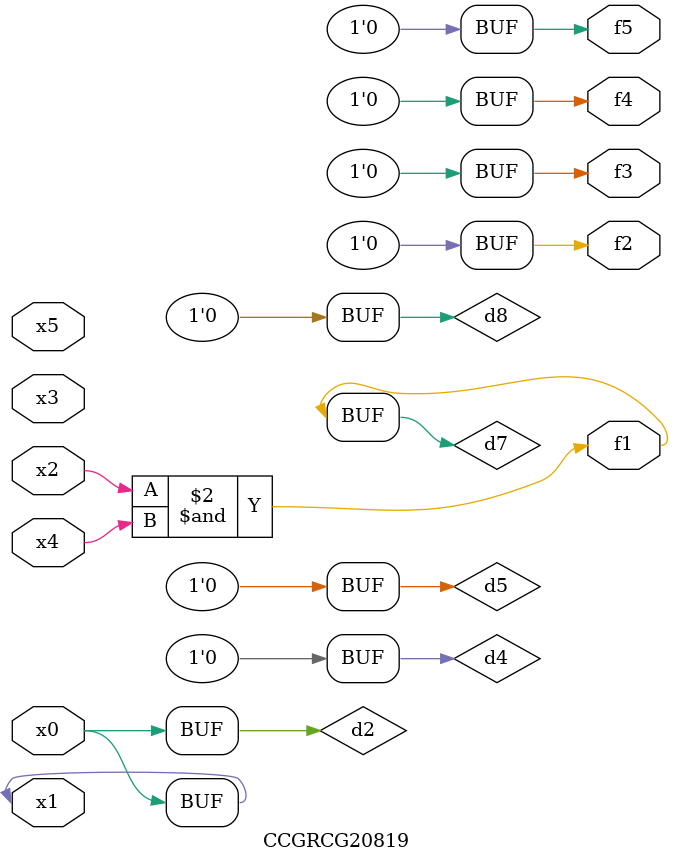
<source format=v>
module CCGRCG20819(
	input x0, x1, x2, x3, x4, x5,
	output f1, f2, f3, f4, f5
);

	wire d1, d2, d3, d4, d5, d6, d7, d8, d9;

	nand (d1, x1);
	buf (d2, x0, x1);
	nand (d3, x2, x4);
	and (d4, d1, d2);
	and (d5, d1, d2);
	nand (d6, d1, d3);
	not (d7, d3);
	xor (d8, d5);
	nor (d9, d5, d6);
	assign f1 = d7;
	assign f2 = d8;
	assign f3 = d8;
	assign f4 = d8;
	assign f5 = d8;
endmodule

</source>
